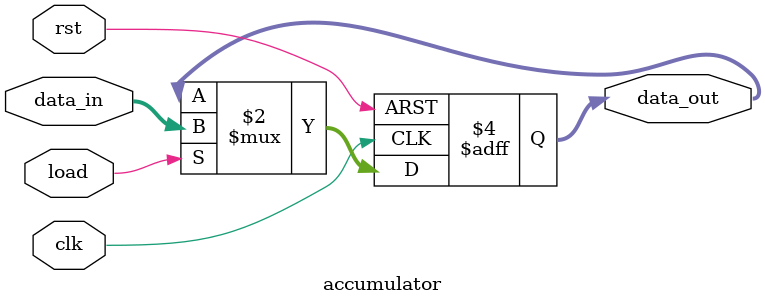
<source format=v>
`timescale 1ns / 1ps

module accumulator (
    input wire clk,          
    input wire rst,         
    input wire load,         
    input wire [7:0] data_in, 
    output reg [7:0] data_out 
);

    always @(posedge clk or posedge rst) begin
        if (rst) begin
            data_out <= 8'b0;
        end
        else if (load) begin
            data_out <= data_in; 
        end
    end

endmodule
</source>
